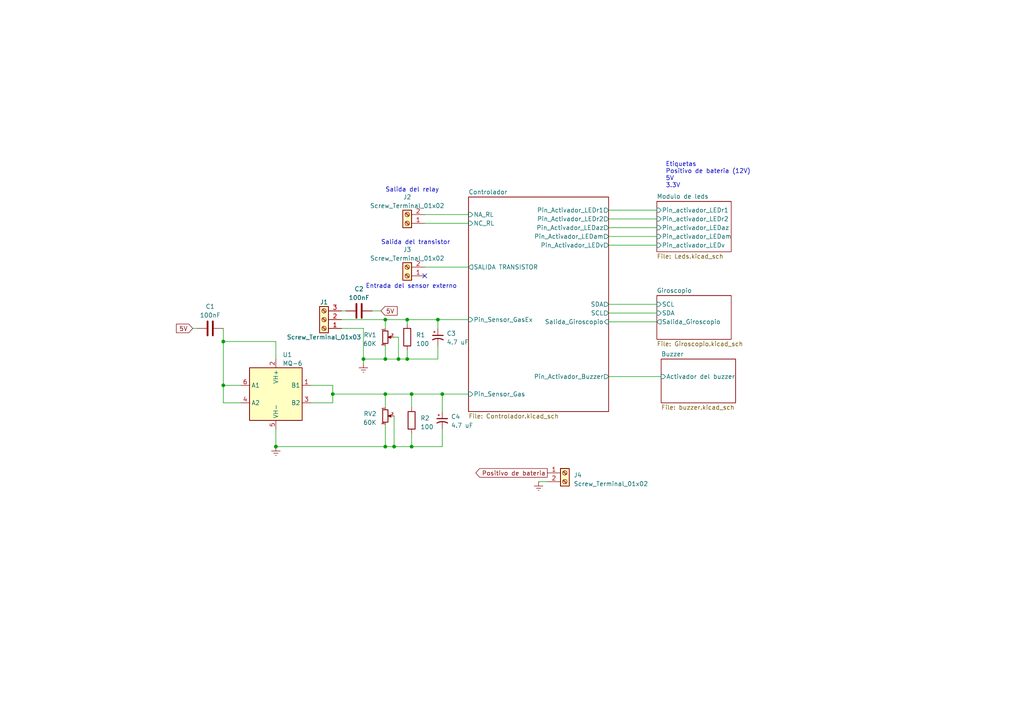
<source format=kicad_sch>
(kicad_sch (version 20230121) (generator eeschema)
  (paper "A4")
  (lib_symbols
    (symbol "Connector:Screw_Terminal_01x02" (pin_names (offset 1.016) hide)
      (property "Reference" "J" (at 0 2.54 0))
      (property "Value" "Screw_Terminal_01x02" (at 0 -5.08 0))
      (symbol "Screw_Terminal_01x02_1_1"
        (rectangle (start -1.27 1.27) (end 1.27 -3.81) (stroke (width 0.254)) (fill (type background)))
        (circle (center 0 -2.54) (radius 0.635) (stroke (width 0.1524)))
        (polyline (pts (xy -0.5334 -2.2098) (xy 0.3302 -3.048)) (stroke (width 0.1524)))
        (polyline (pts (xy -0.5334 0.3302) (xy 0.3302 -0.508)) (stroke (width 0.1524)))
        (polyline (pts (xy -0.3556 -2.032) (xy 0.508 -2.8702)) (stroke (width 0.1524)))
        (polyline (pts (xy -0.3556 0.508) (xy 0.508 -0.3302)) (stroke (width 0.1524)))
        (circle (center 0 0) (radius 0.635) (stroke (width 0.1524)))
        (pin passive line (at -5.08 0 0) (length 3.81) (name "Pin_1") (number "1"))
        (pin passive line (at -5.08 -2.54 0) (length 3.81) (name "Pin_2") (number "2"))
      )
    )
    (symbol "Connector:Screw_Terminal_01x03" (pin_names (offset 1.016) hide)
      (property "Reference" "J" (at 0 5.08 0))
      (property "Value" "Screw_Terminal_01x03" (at 0 -5.08 0))
      (symbol "Screw_Terminal_01x03_1_1"
        (rectangle (start -1.27 3.81) (end 1.27 -3.81) (stroke (width 0.254)) (fill (type background)))
        (circle (center 0 -2.54) (radius 0.635) (stroke (width 0.1524)))
        (polyline (pts (xy -0.5334 -2.2098) (xy 0.3302 -3.048)) (stroke (width 0.1524)))
        (polyline (pts (xy -0.5334 0.3302) (xy 0.3302 -0.508)) (stroke (width 0.1524)))
        (polyline (pts (xy -0.5334 2.8702) (xy 0.3302 2.032)) (stroke (width 0.1524)))
        (polyline (pts (xy -0.3556 -2.032) (xy 0.508 -2.8702)) (stroke (width 0.1524)))
        (polyline (pts (xy -0.3556 0.508) (xy 0.508 -0.3302)) (stroke (width 0.1524)))
        (polyline (pts (xy -0.3556 3.048) (xy 0.508 2.2098)) (stroke (width 0.1524)))
        (circle (center 0 0) (radius 0.635) (stroke (width 0.1524)))
        (circle (center 0 2.54) (radius 0.635) (stroke (width 0.1524)))
        (pin passive line (at -5.08 2.54 0) (length 3.81) (name "Pin_1") (number "1"))
        (pin passive line (at -5.08 0 0) (length 3.81) (name "Pin_2") (number "2"))
        (pin passive line (at -5.08 -2.54 0) (length 3.81) (name "Pin_3") (number "3"))
      )
    )
    (symbol "Device:C" (pin_numbers hide) (pin_names (offset 0.254))
      (property "Reference" "C" (at 0.635 2.54 0))
      (property "Value" "C" (at 0.635 -2.54 0))
      (symbol "C_0_1"
        (polyline (pts (xy -2.032 -0.762) (xy 2.032 -0.762)) (stroke (width 0.508)))
        (polyline (pts (xy -2.032 0.762) (xy 2.032 0.762)) (stroke (width 0.508)))
      )
      (symbol "C_1_1"
        (pin passive line (at 0 3.81 270) (length 2.794) (name "~") (number "1"))
        (pin passive line (at 0 -3.81 90) (length 2.794) (name "~") (number "2"))
      )
    )
    (symbol "Device:C_Polarized_Small_US" (pin_numbers hide) (pin_names (offset 0.254) hide)
      (property "Reference" "C" (at 0.254 1.778 0))
      (property "Value" "C_Polarized_Small_US" (at 0.254 -2.032 0))
      (symbol "C_Polarized_Small_US_0_1"
        (polyline (pts (xy -1.524 0.508) (xy 1.524 0.508)) (stroke (width 0.3048)))
        (polyline (pts (xy -1.27 1.524) (xy -0.762 1.524)))
        (polyline (pts (xy -1.016 1.27) (xy -1.016 1.778)))
        (arc (start 1.524 -0.762) (mid 0 -0.3734) (end -1.524 -0.762) (stroke (width 0.3048)))
      )
      (symbol "C_Polarized_Small_US_1_1"
        (pin passive line (at 0 2.54 270) (length 2.032) (name "~") (number "1"))
        (pin passive line (at 0 -2.54 90) (length 2.032) (name "~") (number "2"))
      )
    )
    (symbol "Device:R" (pin_numbers hide) (pin_names (offset 0))
      (property "Reference" "R" (at 2.032 0 90))
      (property "Value" "R" (at 0 0 90))
      (symbol "R_0_1"
        (rectangle (start -1.016 -2.54) (end 1.016 2.54) (stroke (width 0.254)))
      )
      (symbol "R_1_1"
        (pin passive line (at 0 3.81 270) (length 1.27) (name "~") (number "1"))
        (pin passive line (at 0 -3.81 90) (length 1.27) (name "~") (number "2"))
      )
    )
    (symbol "Device:R_Potentiometer_Small" (pin_names (offset 1.016) hide)
      (property "Reference" "RV" (at -4.445 0 90))
      (property "Value" "R_Potentiometer_Small" (at -2.54 0 90))
      (symbol "R_Potentiometer_Small_0_1"
        (polyline (pts (xy 0.889 0) (xy 0.635 0) (xy 1.651 0.381) (xy 1.651 -0.381) (xy 0.635 0) (xy 0.889 0)) (fill (type outline)))
        (rectangle (start 0.762 1.8034) (end -0.762 -1.8034) (stroke (width 0.254)))
      )
      (symbol "R_Potentiometer_Small_1_1"
        (pin passive line (at 0 2.54 270) (length 0.635) (name "1") (number "1"))
        (pin passive line (at 2.54 0 180) (length 0.9906) (name "2") (number "2"))
        (pin passive line (at 0 -2.54 90) (length 0.635) (name "3") (number "3"))
      )
    )
    (symbol "Sensor_Gas:MQ-6"
      (property "Reference" "U" (at -6.35 8.89 0))
      (property "Value" "MQ-6" (at 3.81 8.89 0))
      (symbol "MQ-6_0_1"
        (rectangle (start -7.62 7.62) (end 7.62 -7.62) (stroke (width 0.254)) (fill (type background)))
      )
      (symbol "MQ-6_1_1"
        (pin passive line (at 10.16 2.54 180) (length 2.54) (name "B1") (number "1"))
        (pin power_in line (at 0 10.16 270) (length 2.54) (name "VH+") (number "2"))
        (pin passive line (at 10.16 -2.54 180) (length 2.54) (name "B2") (number "3"))
        (pin passive line (at -10.16 -2.54 0) (length 2.54) (name "A2") (number "4"))
        (pin power_in line (at 0 -10.16 90) (length 2.54) (name "VH-") (number "5"))
        (pin passive line (at -10.16 2.54 0) (length 2.54) (name "A1") (number "6"))
      )
    )
    (symbol "power:Earth" (power) (pin_names (offset 0))
      (symbol "Earth_0_1"
        (polyline (pts (xy -0.635 -1.905) (xy 0.635 -1.905)))
        (polyline (pts (xy -0.127 -2.54) (xy 0.127 -2.54)))
        (polyline (pts (xy 0 -1.27) (xy 0 0)))
        (polyline (pts (xy 1.27 -1.27) (xy -1.27 -1.27)))
      )
      (symbol "Earth_1_1"
        (pin power_in line (at 0 0 270) (length 0) hide (name "Earth") (number "1"))
      )
    )
  )
  (junction (at 127 92.71))
  (junction (at 64.77 99.06))
  (junction (at 111.76 114.3))
  (junction (at 64.77 111.76))
  (junction (at 118.11 104.14))
  (junction (at 111.76 92.71))
  (junction (at 111.76 129.54))
  (junction (at 80.01 129.54))
  (junction (at 96.52 114.3))
  (junction (at 119.38 114.3))
  (junction (at 118.11 92.71))
  (junction (at 115.57 104.14))
  (junction (at 128.27 114.3))
  (junction (at 119.38 129.54))
  (junction (at 105.41 104.14))
  (junction (at 114.3 129.54))
  (junction (at 111.76 104.14))
  (no_connect (at 123.19 80.01))
  (wire (pts (xy 111.76 92.71) (xy 118.11 92.71)))
  (wire (pts (xy 115.57 97.79) (xy 115.57 104.14)))
  (wire (pts (xy 156.21 139.7) (xy 158.75 139.7)))
  (wire (pts (xy 64.77 111.76) (xy 64.77 116.84)))
  (wire (pts (xy 80.01 129.54) (xy 80.01 124.46)))
  (wire (pts (xy 127 104.14) (xy 118.11 104.14)))
  (wire (pts (xy 127 100.33) (xy 127 104.14)))
  (wire (pts (xy 176.53 90.805) (xy 190.5 90.805)))
  (wire (pts (xy 111.76 104.14) (xy 105.41 104.14)))
  (wire (pts (xy 114.3 129.54) (xy 119.38 129.54)))
  (wire (pts (xy 80.01 129.54) (xy 111.76 129.54)))
  (wire (pts (xy 119.38 118.11) (xy 119.38 114.3)))
  (wire (pts (xy 176.53 60.96) (xy 190.5 60.96)))
  (wire (pts (xy 96.52 114.3) (xy 96.52 116.84)))
  (wire (pts (xy 118.11 104.14) (xy 115.57 104.14)))
  (wire (pts (xy 99.06 90.17) (xy 100.33 90.17)))
  (wire (pts (xy 90.17 111.76) (xy 96.52 111.76)))
  (wire (pts (xy 128.27 114.3) (xy 135.89 114.3)))
  (wire (pts (xy 123.19 77.47) (xy 135.89 77.47)))
  (wire (pts (xy 111.76 114.3) (xy 96.52 114.3)))
  (wire (pts (xy 118.11 92.71) (xy 127 92.71)))
  (wire (pts (xy 80.01 104.14) (xy 80.01 99.06)))
  (wire (pts (xy 128.27 119.38) (xy 128.27 114.3)))
  (wire (pts (xy 105.41 95.25) (xy 105.41 104.14)))
  (wire (pts (xy 105.41 95.25) (xy 99.06 95.25)))
  (wire (pts (xy 176.53 71.12) (xy 190.5 71.12)))
  (wire (pts (xy 115.57 104.14) (xy 111.76 104.14)))
  (wire (pts (xy 64.77 95.25) (xy 64.77 99.06)))
  (wire (pts (xy 176.53 93.345) (xy 190.5 93.345)))
  (wire (pts (xy 107.95 90.17) (xy 110.49 90.17)))
  (wire (pts (xy 127 92.71) (xy 135.89 92.71)))
  (wire (pts (xy 55.88 95.25) (xy 57.15 95.25)))
  (wire (pts (xy 114.3 120.65) (xy 114.3 129.54)))
  (wire (pts (xy 69.85 111.76) (xy 64.77 111.76)))
  (wire (pts (xy 176.53 88.265) (xy 190.5 88.265)))
  (wire (pts (xy 99.06 92.71) (xy 111.76 92.71)))
  (wire (pts (xy 123.19 64.77) (xy 135.89 64.77)))
  (wire (pts (xy 118.11 92.71) (xy 118.11 93.98)))
  (wire (pts (xy 111.76 92.71) (xy 111.76 95.25)))
  (wire (pts (xy 96.52 116.84) (xy 90.17 116.84)))
  (wire (pts (xy 176.53 66.04) (xy 190.5 66.04)))
  (wire (pts (xy 80.01 99.06) (xy 64.77 99.06)))
  (wire (pts (xy 128.27 124.46) (xy 128.27 129.54)))
  (wire (pts (xy 119.38 114.3) (xy 111.76 114.3)))
  (wire (pts (xy 127 92.71) (xy 127 95.25)))
  (wire (pts (xy 96.52 111.76) (xy 96.52 114.3)))
  (wire (pts (xy 105.41 104.14) (xy 105.41 105.41)))
  (wire (pts (xy 111.76 114.3) (xy 111.76 118.11)))
  (wire (pts (xy 64.77 99.06) (xy 64.77 111.76)))
  (wire (pts (xy 128.27 114.3) (xy 119.38 114.3)))
  (wire (pts (xy 111.76 123.19) (xy 111.76 129.54)))
  (wire (pts (xy 176.53 109.22) (xy 191.77 109.22)))
  (wire (pts (xy 119.38 125.73) (xy 119.38 129.54)))
  (wire (pts (xy 114.3 129.54) (xy 111.76 129.54)))
  (wire (pts (xy 114.3 97.79) (xy 115.57 97.79)))
  (wire (pts (xy 176.53 63.5) (xy 190.5 63.5)))
  (wire (pts (xy 128.27 129.54) (xy 119.38 129.54)))
  (wire (pts (xy 111.76 100.33) (xy 111.76 104.14)))
  (wire (pts (xy 64.77 116.84) (xy 69.85 116.84)))
  (wire (pts (xy 123.19 62.23) (xy 135.89 62.23)))
  (wire (pts (xy 118.11 101.6) (xy 118.11 104.14)))
  (wire (pts (xy 176.53 68.58) (xy 190.5 68.58)))
  (text "Etiquetas\nPositivo de bateria (12V)\n5V\n3.3V\n" (at 193.04 54.61 0) (effects (font (size 1.27 1.27)) (justify left bottom)))
  (text "Salida del relay" (at 111.76 55.88 0) (effects (font (size 1.27 1.27)) (justify left bottom)))
  (text "Entrada del sensor externo\n" (at 106.045 83.82 0) (effects (font (size 1.27 1.27)) (justify left bottom)))
  (text "Salida del transistor" (at 110.49 71.12 0) (effects (font (size 1.27 1.27)) (justify left bottom)))
  (global_label "5V" (shape input) (at 110.49 90.17 0) (property "Intersheetrefs" "${INTERSHEET_REFS}" (effects hide)))
  (global_label "Positivo de bateria" (shape output) (at 158.75 137.16 180) (property "Intersheetrefs" "${INTERSHEET_REFS}" (effects hide)))
  (global_label "5V" (shape input) (at 55.88 95.25 180) (property "Intersheetrefs" "${INTERSHEET_REFS}" (effects hide)))
  (symbol (lib_id "Device:C_Polarized_Small_US") (at 128.27 121.92 0) (unit 1)
    (property "Reference" "C4" (at 130.81 120.8532 0) (effects (justify left)))
    (property "Value" "4.7 uF" (at 130.81 123.3932 0) (effects (justify left)))
    (property "Footprint" "Capacitor_SMD:CP_Elec_6.3x7.7" (effects hide))
  )
  (symbol (lib_id "power:Earth") (at 156.21 139.7 0) (unit 1)
    (property "Reference" "#PWR03" (effects hide))
    (property "Value" "Earth" (effects hide))
  )
  (symbol (lib_id "Device:C") (at 60.96 95.25 270) (unit 1)
    (property "Reference" "C1" (at 60.96 88.9 90))
    (property "Value" "100nF" (at 60.96 91.44 90))
    (property "Footprint" "Capacitor_SMD:C_0603_1608Metric_Pad1.08x0.95mm_HandSolder" (effects hide))
  )
  (symbol (lib_id "power:Earth") (at 80.01 129.54 0) (unit 1)
    (property "Reference" "#PWR01" (effects hide))
    (property "Value" "Earth" (effects hide))
  )
  (symbol (lib_id "power:Earth") (at 105.41 105.41 0) (unit 1)
    (property "Reference" "#PWR02" (effects hide))
    (property "Value" "Earth" (effects hide))
  )
  (symbol (lib_id "Sensor_Gas:MQ-6") (at 80.01 114.3 0) (unit 1)
    (property "Reference" "U1" (at 81.9659 102.87 0) (effects (justify left)))
    (property "Value" "MQ-6" (at 81.9659 105.41 0) (effects (justify left)))
    (property "Footprint" "Sensor:MQ-6" (effects hide))
    (property "Datasheet" "https://www.winsen-sensor.com/d/files/semiconductor/mq-6.pdf" (effects hide))
  )
  (symbol (lib_id "Device:R_Potentiometer_Small") (at 111.76 97.79 0) (unit 1)
    (property "Reference" "RV1" (at 109.22 97.155 0) (effects (justify right)))
    (property "Value" "60K" (at 109.22 99.695 0) (effects (justify right)))
    (property "Footprint" "Potentiometer_THT:Potentiometer_ACP_CA6-H2,5_Horizontal" (effects hide))
  )
  (symbol (lib_id "Device:C") (at 104.14 90.17 270) (unit 1)
    (property "Reference" "C2" (at 104.14 83.82 90))
    (property "Value" "100nF" (at 104.14 86.36 90))
    (property "Footprint" "Capacitor_SMD:C_0603_1608Metric_Pad1.08x0.95mm_HandSolder" (effects hide))
  )
  (symbol (lib_id "Device:R") (at 118.11 97.79 0) (unit 1)
    (property "Reference" "R1" (at 120.65 97.155 0) (effects (justify left)))
    (property "Value" "100" (at 120.65 99.695 0) (effects (justify left)))
    (property "Footprint" "Resistor_SMD:R_0603_1608Metric" (effects hide))
  )
  (symbol (lib_id "Device:C_Polarized_Small_US") (at 127 97.79 0) (unit 1)
    (property "Reference" "C3" (at 129.54 96.7232 0) (effects (justify left)))
    (property "Value" "4.7 uF" (at 129.54 99.2632 0) (effects (justify left)))
    (property "Footprint" "Capacitor_SMD:CP_Elec_6.3x7.7" (effects hide))
  )
  (symbol (lib_id "Connector:Screw_Terminal_01x02") (at 163.83 137.16 0) (unit 1)
    (property "Reference" "J4" (at 166.37 137.795 0) (effects (justify left)))
    (property "Value" "Screw_Terminal_01x02" (at 166.37 140.335 0) (effects (justify left)))
    (property "Footprint" "TerminalBlock_MetzConnect:TerminalBlock_MetzConnect_Type011_RT05502HBWC_1x02_P5.00mm_Horizontal" (effects hide))
  )
  (symbol (lib_id "Connector:Screw_Terminal_01x02") (at 118.11 64.77 180) (unit 1)
    (property "Reference" "J2" (at 118.11 57.15 0))
    (property "Value" "Screw_Terminal_01x02" (at 118.11 59.69 0))
    (property "Footprint" "TerminalBlock_MetzConnect:TerminalBlock_MetzConnect_Type011_RT05502HBWC_1x02_P5.00mm_Horizontal" (effects hide))
  )
  (symbol (lib_id "Connector:Screw_Terminal_01x03") (at 93.98 92.71 180) (unit 1)
    (property "Reference" "J1" (at 93.98 87.63 0))
    (property "Value" "Screw_Terminal_01x03" (at 93.98 97.79 0))
    (property "Footprint" "TerminalBlock_MetzConnect:TerminalBlock_MetzConnect_Type011_RT05503HBWC_1x03_P5.00mm_Horizontal" (effects hide))
  )
  (symbol (lib_id "Device:R_Potentiometer_Small") (at 111.76 120.65 0) (unit 1)
    (property "Reference" "RV2" (at 109.22 120.015 0) (effects (justify right)))
    (property "Value" "60K" (at 109.22 122.555 0) (effects (justify right)))
    (property "Footprint" "Potentiometer_THT:Potentiometer_ACP_CA6-H2,5_Horizontal" (effects hide))
  )
  (symbol (lib_id "Device:R") (at 119.38 121.92 0) (unit 1)
    (property "Reference" "R2" (at 121.92 121.285 0) (effects (justify left)))
    (property "Value" "100" (at 121.92 123.825 0) (effects (justify left)))
    (property "Footprint" "Resistor_SMD:R_0603_1608Metric" (effects hide))
  )
  (symbol (lib_id "Connector:Screw_Terminal_01x02") (at 118.11 80.01 180) (unit 1)
    (property "Reference" "J3" (at 118.11 72.39 0))
    (property "Value" "Screw_Terminal_01x02" (at 118.11 74.93 0))
    (property "Footprint" "TerminalBlock_MetzConnect:TerminalBlock_MetzConnect_Type011_RT05502HBWC_1x02_P5.00mm_Horizontal" (effects hide))
  )
  (sheet (at 191.77 104.14) (size 21.59 12.7) (stroke (width 0.1524))
    (property "Sheetname" "Buzzer" (at 191.77 103.4284 0) (effects (justify left bottom)))
    (property "Sheetfile" "buzzer.kicad_sch" (at 191.77 117.4246 0) (effects (justify left top)))
    (pin "Activador del buzzer" input (at 191.77 109.22 180))
  )
  (sheet (at 135.89 57.15) (size 40.64 62.23) (stroke (width 0.1524))
    (property "Sheetname" "Controlador" (at 135.89 56.4384 0) (effects (justify left bottom)))
    (property "Sheetfile" "Controlador.kicad_sch" (at 135.89 119.9646 0) (effects (justify left top)))
    (pin "SALIDA TRANSISTOR" output (at 135.89 77.47 180))
    (pin "Pin_Sensor_Gas" input (at 135.89 114.3 180))
    (pin "Pin_Activador_Buzzer" output (at 176.53 109.22 0))
    (pin "Pin_Activador_LEDr1" output (at 176.53 60.96 0))
    (pin "Pin_Sensor_GasEx" input (at 135.89 92.71 180))
    (pin "Pin_Activador_LEDr2" output (at 176.53 63.5 0))
    (pin "Pin_Activador_LEDaz" output (at 176.53 66.04 0))
    (pin "NA_RL" input (at 135.89 62.23 180))
    (pin "SDA" output (at 176.53 88.265 0))
    (pin "SCL" output (at 176.53 90.805 0))
    (pin "Pin_Activador_LEDam" output (at 176.53 68.58 0))
    (pin "Pin_Activador_LEDv" output (at 176.53 71.12 0))
    (pin "Salida_Giroscopio" input (at 176.53 93.345 0))
    (pin "NC_RL" input (at 135.89 64.77 180))
  )
  (sheet (at 190.5 58.42) (size 21.59 14.605) (stroke (width 0.1524))
    (property "Sheetname" "Modulo de leds" (at 190.5 57.7084 0) (effects (justify left bottom)))
    (property "Sheetfile" "Leds.kicad_sch" (at 190.5 73.6096 0) (effects (justify left top)))
    (pin "Pin_activador_LEDr1" input (at 190.5 60.96 180))
    (pin "Pin_activador_LEDr2" input (at 190.5 63.5 180))
    (pin "Pin_activador_LEDaz" input (at 190.5 66.04 180))
    (pin "Pin_activador_LEDam" input (at 190.5 68.58 180))
    (pin "Pin_activador_LEDv" input (at 190.5 71.12 180))
  )
  (sheet (at 190.5 85.725) (size 21.59 12.7) (stroke (width 0.1524))
    (property "Sheetname" "Giroscopio" (at 190.5 85.0134 0) (effects (justify left bottom)))
    (property "Sheetfile" "Giroscopio.kicad_sch" (at 190.5 99.0096 0) (effects (justify left top)))
    (pin "SCL" input (at 190.5 88.265 180))
    (pin "SDA" input (at 190.5 90.805 180))
    (pin "Salida_Giroscopio" output (at 190.5 93.345 180))
  )
)
</source>
